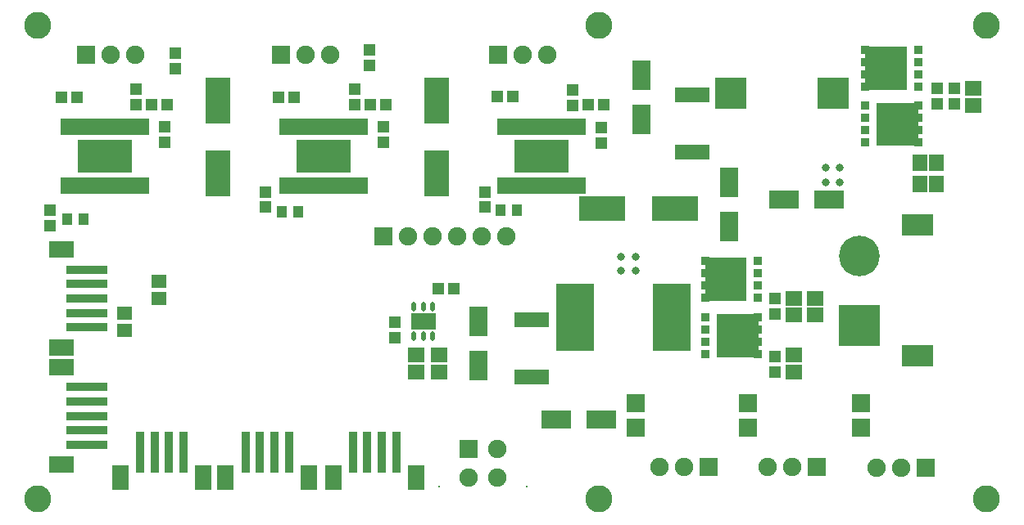
<source format=gts>
G04*
G04 #@! TF.GenerationSoftware,Altium Limited,Altium Designer,19.0.15 (446)*
G04*
G04 Layer_Color=8388736*
%FSLAX44Y44*%
%MOMM*%
G71*
G01*
G75*
%ADD24R,1.8288X3.0226*%
%ADD29R,3.2766X3.3020*%
%ADD30R,3.0226X1.8288*%
%ADD31R,3.9878X7.0104*%
%ADD41R,1.2032X1.2032*%
%ADD42R,3.6032X1.5032*%
%ADD43R,1.2032X1.2032*%
%ADD44R,2.5032X4.7032*%
%ADD45R,4.7032X2.5032*%
%ADD46R,5.6032X3.5032*%
%ADD47R,0.6532X1.8032*%
%ADD48R,1.1032X1.2032*%
%ADD49R,1.6032X1.4032*%
%ADD50O,0.5016X1.0016*%
%ADD51R,2.5016X1.7516*%
%ADD52R,1.7032X1.5032*%
%ADD53R,0.8332X0.8532*%
%ADD54R,1.5032X1.7032*%
%ADD55R,0.9032X4.2032*%
%ADD56R,1.7032X2.5032*%
%ADD57R,4.2032X0.9032*%
%ADD58R,2.5032X1.7032*%
%ADD59C,1.9032*%
%ADD60R,1.9032X1.9032*%
%ADD61C,4.2032*%
%ADD62R,4.2032X4.2032*%
%ADD63R,3.2032X2.2032*%
%ADD64C,0.2032*%
%ADD65R,1.9032X1.9032*%
%ADD66C,2.8000*%
%ADD67C,0.8032*%
G36*
X728499Y219100D02*
X720799D01*
Y227000D01*
X728499D01*
Y219100D01*
D02*
G37*
G36*
Y206400D02*
X720799D01*
Y214300D01*
X728499D01*
Y206400D01*
D02*
G37*
G36*
Y193700D02*
X720799D01*
Y201600D01*
X728499D01*
Y193700D01*
D02*
G37*
G36*
X783201Y219100D02*
X779452D01*
Y214300D01*
X783201D01*
Y206400D01*
X779452D01*
Y204000D01*
Y201600D01*
X783201D01*
Y193700D01*
X779452D01*
Y188900D01*
X783201D01*
Y181000D01*
X775501D01*
Y181700D01*
X736548D01*
Y204000D01*
Y226300D01*
X775501D01*
Y227000D01*
X783201D01*
Y219100D01*
D02*
G37*
G36*
X728499Y181000D02*
X720799D01*
Y188900D01*
X728499D01*
Y181000D01*
D02*
G37*
G36*
X783201Y277450D02*
X775501D01*
Y285350D01*
X783201D01*
Y277450D01*
D02*
G37*
G36*
Y264750D02*
X775501D01*
Y272650D01*
X783201D01*
Y264750D01*
D02*
G37*
G36*
Y252050D02*
X775501D01*
Y259950D01*
X783201D01*
Y252050D01*
D02*
G37*
G36*
Y239350D02*
X775501D01*
Y247250D01*
X783201D01*
Y239350D01*
D02*
G37*
G36*
X728499Y284650D02*
X767452D01*
Y262350D01*
Y240050D01*
X728499D01*
Y239350D01*
X720799D01*
Y247250D01*
X724548D01*
Y252050D01*
X720799D01*
Y259950D01*
X724548D01*
Y262350D01*
Y264750D01*
X720799D01*
Y272650D01*
X724548D01*
Y277450D01*
X720799D01*
Y285350D01*
X728499D01*
Y284650D01*
D02*
G37*
G36*
X893999Y438100D02*
X886299D01*
Y446000D01*
X893999D01*
Y438100D01*
D02*
G37*
G36*
Y425400D02*
X886299D01*
Y433300D01*
X893999D01*
Y425400D01*
D02*
G37*
G36*
Y412700D02*
X886299D01*
Y420600D01*
X893999D01*
Y412700D01*
D02*
G37*
G36*
X948701Y438100D02*
X944952D01*
Y433300D01*
X948701D01*
Y425400D01*
X944952D01*
Y423000D01*
Y420600D01*
X948701D01*
Y412700D01*
X944952D01*
Y407900D01*
X948701D01*
Y400000D01*
X941001D01*
Y400700D01*
X902048D01*
Y423000D01*
Y445300D01*
X941001D01*
Y446000D01*
X948701D01*
Y438100D01*
D02*
G37*
G36*
X893999Y400000D02*
X886299D01*
Y407900D01*
X893999D01*
Y400000D01*
D02*
G37*
G36*
X948701Y496100D02*
X941001D01*
Y504000D01*
X948701D01*
Y496100D01*
D02*
G37*
G36*
Y483400D02*
X941001D01*
Y491300D01*
X948701D01*
Y483400D01*
D02*
G37*
G36*
Y470700D02*
X941001D01*
Y478600D01*
X948701D01*
Y470700D01*
D02*
G37*
G36*
Y458000D02*
X941001D01*
Y465900D01*
X948701D01*
Y458000D01*
D02*
G37*
G36*
X893999Y503300D02*
X932952D01*
Y481000D01*
Y458700D01*
X893999D01*
Y458000D01*
X886299D01*
Y465900D01*
X890048D01*
Y470700D01*
X886299D01*
Y478600D01*
X890048D01*
Y481000D01*
Y483400D01*
X886299D01*
Y491300D01*
X890048D01*
Y496100D01*
X886299D01*
Y504000D01*
X893999D01*
Y503300D01*
D02*
G37*
D24*
X659000Y428013D02*
D03*
Y473987D02*
D03*
X749000Y317026D02*
D03*
Y363000D02*
D03*
X490000Y218987D02*
D03*
Y173013D02*
D03*
D29*
X856832Y454950D02*
D03*
X751168D02*
D03*
D30*
X852237Y344750D02*
D03*
X806263D02*
D03*
X616987Y117000D02*
D03*
X571013D02*
D03*
D31*
X689911Y223000D02*
D03*
X590089D02*
D03*
D41*
X617250Y403500D02*
D03*
Y419500D02*
D03*
X587250Y442750D02*
D03*
Y458750D02*
D03*
X362000Y443000D02*
D03*
Y459000D02*
D03*
X378000Y500000D02*
D03*
Y484000D02*
D03*
X391930Y404000D02*
D03*
Y420000D02*
D03*
X136000Y443000D02*
D03*
Y459000D02*
D03*
X177250Y496750D02*
D03*
Y480750D02*
D03*
X166000Y404000D02*
D03*
Y420000D02*
D03*
X497000Y353000D02*
D03*
Y337000D02*
D03*
X47500Y334000D02*
D03*
Y318000D02*
D03*
X270000Y353000D02*
D03*
Y337000D02*
D03*
X404000Y202250D02*
D03*
Y218250D02*
D03*
X797000Y166750D02*
D03*
Y182750D02*
D03*
Y226500D02*
D03*
Y242500D02*
D03*
X982000Y459750D02*
D03*
Y443750D02*
D03*
X964000Y459750D02*
D03*
Y443750D02*
D03*
D42*
X711000Y394000D02*
D03*
Y453000D02*
D03*
X545000Y161500D02*
D03*
Y220500D02*
D03*
D43*
X603750Y443000D02*
D03*
X619750D02*
D03*
X378500D02*
D03*
X394500D02*
D03*
X284000Y451250D02*
D03*
X300000D02*
D03*
X152500Y443000D02*
D03*
X168500D02*
D03*
X59000Y451250D02*
D03*
X75000D02*
D03*
X509750Y451928D02*
D03*
X525750D02*
D03*
X465000Y252500D02*
D03*
X449000D02*
D03*
D44*
X447000Y372250D02*
D03*
Y447750D02*
D03*
X221000Y372250D02*
D03*
Y447750D02*
D03*
D45*
X618000Y336000D02*
D03*
X693500D02*
D03*
D46*
X555300Y390000D02*
D03*
X330000D02*
D03*
X104000D02*
D03*
D47*
X513050Y359500D02*
D03*
X519550D02*
D03*
X526050D02*
D03*
X532550D02*
D03*
X539050D02*
D03*
X545550D02*
D03*
X552050D02*
D03*
X558550D02*
D03*
X565050D02*
D03*
X571550D02*
D03*
X578050D02*
D03*
X584550D02*
D03*
X591050D02*
D03*
X597550D02*
D03*
X513050Y420500D02*
D03*
X519550D02*
D03*
X526050D02*
D03*
X532550D02*
D03*
X539050D02*
D03*
X545550D02*
D03*
X552050D02*
D03*
X558550D02*
D03*
X565050D02*
D03*
X571550D02*
D03*
X578050D02*
D03*
X584550D02*
D03*
X591050D02*
D03*
X597550D02*
D03*
X287750Y359500D02*
D03*
X294250D02*
D03*
X300750D02*
D03*
X307250D02*
D03*
X313750D02*
D03*
X320250D02*
D03*
X326750D02*
D03*
X333250D02*
D03*
X339750D02*
D03*
X346250D02*
D03*
X352750D02*
D03*
X359250D02*
D03*
X365750D02*
D03*
X372250D02*
D03*
X287750Y420500D02*
D03*
X294250D02*
D03*
X300750D02*
D03*
X307250D02*
D03*
X313750D02*
D03*
X320250D02*
D03*
X326750D02*
D03*
X333250D02*
D03*
X339750D02*
D03*
X346250D02*
D03*
X352750D02*
D03*
X359250D02*
D03*
X365750D02*
D03*
X372250D02*
D03*
X61750Y359500D02*
D03*
X68250D02*
D03*
X74750D02*
D03*
X81250D02*
D03*
X87750D02*
D03*
X94250D02*
D03*
X100750D02*
D03*
X107250D02*
D03*
X113750D02*
D03*
X120250D02*
D03*
X126750D02*
D03*
X133250D02*
D03*
X139750D02*
D03*
X146250D02*
D03*
X61750Y420500D02*
D03*
X68250D02*
D03*
X74750D02*
D03*
X81250D02*
D03*
X87750D02*
D03*
X94250D02*
D03*
X100750D02*
D03*
X107250D02*
D03*
X113750D02*
D03*
X120250D02*
D03*
X126750D02*
D03*
X133250D02*
D03*
X139750D02*
D03*
X146250D02*
D03*
D48*
X530050Y334250D02*
D03*
X513050D02*
D03*
X304375Y332625D02*
D03*
X287375D02*
D03*
X82000Y325000D02*
D03*
X65000D02*
D03*
D49*
X160000Y242750D02*
D03*
Y260750D02*
D03*
X124750Y227500D02*
D03*
Y209500D02*
D03*
D50*
X442750Y234500D02*
D03*
X433250D02*
D03*
X423750D02*
D03*
Y204000D02*
D03*
X433250D02*
D03*
X442750D02*
D03*
D51*
X433249Y219251D02*
D03*
D52*
X449250Y183750D02*
D03*
Y166750D02*
D03*
X425750Y183750D02*
D03*
Y166750D02*
D03*
X816250Y183750D02*
D03*
Y166750D02*
D03*
X816000Y225500D02*
D03*
Y242500D02*
D03*
X838000Y225500D02*
D03*
Y242500D02*
D03*
X1002000Y442750D02*
D03*
Y459750D02*
D03*
D53*
X724649Y243300D02*
D03*
Y256000D02*
D03*
Y268700D02*
D03*
Y281400D02*
D03*
X779351D02*
D03*
Y268700D02*
D03*
Y256000D02*
D03*
Y243300D02*
D03*
Y223050D02*
D03*
Y210350D02*
D03*
Y197650D02*
D03*
Y184950D02*
D03*
X724649D02*
D03*
Y197650D02*
D03*
Y210350D02*
D03*
Y223050D02*
D03*
X890149Y461950D02*
D03*
Y474650D02*
D03*
Y487350D02*
D03*
Y500050D02*
D03*
X944851D02*
D03*
Y487350D02*
D03*
Y474650D02*
D03*
Y461950D02*
D03*
Y442050D02*
D03*
Y429350D02*
D03*
Y416650D02*
D03*
Y403950D02*
D03*
X890149D02*
D03*
Y416650D02*
D03*
Y429350D02*
D03*
Y442050D02*
D03*
D54*
X963250Y361000D02*
D03*
X946250D02*
D03*
X963250Y383000D02*
D03*
X946250D02*
D03*
D55*
X140500Y83000D02*
D03*
X155500D02*
D03*
X170500D02*
D03*
X185500D02*
D03*
X249500Y83500D02*
D03*
X264500D02*
D03*
X279500D02*
D03*
X294500D02*
D03*
X360500D02*
D03*
X375500D02*
D03*
X390500D02*
D03*
X405500D02*
D03*
D56*
X120000Y57000D02*
D03*
X206000D02*
D03*
X229000Y57500D02*
D03*
X315000D02*
D03*
X340000D02*
D03*
X426000D02*
D03*
D57*
X85390Y120904D02*
D03*
Y90904D02*
D03*
Y105904D02*
D03*
Y135904D02*
D03*
Y150904D02*
D03*
Y242570D02*
D03*
Y212570D02*
D03*
Y227570D02*
D03*
Y257570D02*
D03*
Y272570D02*
D03*
D58*
X59390Y70404D02*
D03*
Y171404D02*
D03*
Y192070D02*
D03*
Y293070D02*
D03*
D59*
X494050Y307340D02*
D03*
X468650D02*
D03*
X443250D02*
D03*
X417850D02*
D03*
X519450D02*
D03*
X337000Y495000D02*
D03*
X311600D02*
D03*
X561750D02*
D03*
X536350D02*
D03*
X510000Y87000D02*
D03*
Y57000D02*
D03*
X480000D02*
D03*
X926750Y67500D02*
D03*
X901350D02*
D03*
X814675Y68000D02*
D03*
X789275D02*
D03*
X702600D02*
D03*
X677200D02*
D03*
X110000Y495000D02*
D03*
X135400D02*
D03*
D60*
X392450Y307340D02*
D03*
X286200Y495000D02*
D03*
X510950D02*
D03*
X480000Y87000D02*
D03*
X952150Y67500D02*
D03*
X840075Y68000D02*
D03*
X728000D02*
D03*
X84600Y495000D02*
D03*
D61*
X884000Y287000D02*
D03*
D62*
Y215000D02*
D03*
D63*
X944000Y183500D02*
D03*
Y318500D02*
D03*
D64*
X450000Y47600D02*
D03*
X540000D02*
D03*
D65*
X653000Y134250D02*
D03*
Y108850D02*
D03*
X769000Y134250D02*
D03*
Y108850D02*
D03*
X885250Y134250D02*
D03*
Y108850D02*
D03*
D66*
X1015000Y35000D02*
D03*
Y525000D02*
D03*
X35000D02*
D03*
Y35000D02*
D03*
X615000D02*
D03*
Y525000D02*
D03*
D67*
X637750Y286000D02*
D03*
X652750D02*
D03*
Y271000D02*
D03*
X637750D02*
D03*
X849000Y378000D02*
D03*
X864000D02*
D03*
Y363000D02*
D03*
X849000D02*
D03*
X544299Y390000D02*
D03*
X544298Y401000D02*
D03*
X555299D02*
D03*
X533299Y401000D02*
D03*
Y390000D02*
D03*
X533298Y379000D02*
D03*
X544298D02*
D03*
X555299D02*
D03*
X566300Y401000D02*
D03*
Y379000D02*
D03*
Y390000D02*
D03*
X577300Y401000D02*
D03*
Y390000D02*
D03*
X555300D02*
D03*
X577300Y379000D02*
D03*
X318999Y390000D02*
D03*
X318998Y401000D02*
D03*
X329999D02*
D03*
X307999Y401000D02*
D03*
Y390000D02*
D03*
X307998Y379000D02*
D03*
X318998D02*
D03*
X329999D02*
D03*
X341000Y401000D02*
D03*
Y379000D02*
D03*
Y390000D02*
D03*
X352000Y401000D02*
D03*
Y390000D02*
D03*
X330000D02*
D03*
X352000Y379000D02*
D03*
X92999Y390000D02*
D03*
X92998Y401000D02*
D03*
X103999D02*
D03*
X81999Y401000D02*
D03*
Y390000D02*
D03*
X81997Y379000D02*
D03*
X92998D02*
D03*
X103999D02*
D03*
X115000Y401000D02*
D03*
Y379000D02*
D03*
Y390000D02*
D03*
X126000Y401000D02*
D03*
Y390000D02*
D03*
X104000D02*
D03*
X126000Y379000D02*
D03*
X438750Y219250D02*
D03*
X427750D02*
D03*
M02*

</source>
